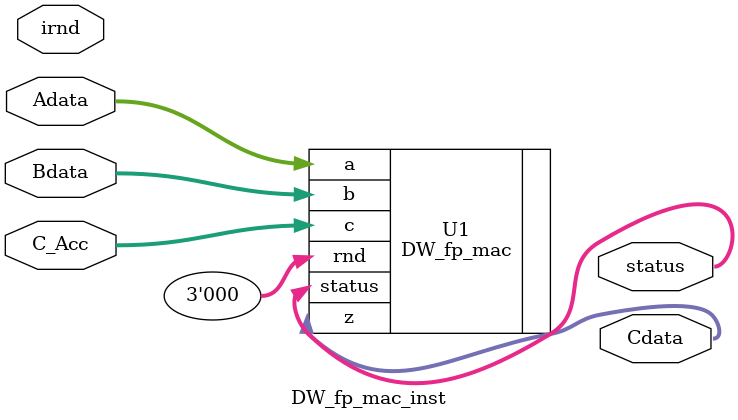
<source format=sv>
`include "common.vh"

module MyDesign(
//---------------------------------------------------------------------------
//System signals
  input wire reset_n                      ,  
  input wire clk                          ,

//---------------------------------------------------------------------------
//Control signals
  input wire dut_valid                    , 
  output wire dut_ready                   ,

//---------------------------------------------------------------------------
//input SRAM interface
  output wire          dut__tb__sram_input_write_enable  ,
  output wire [15:0]   dut__tb__sram_input_write_address ,
  output wire [31:0]   dut__tb__sram_input_write_data    ,
  output wire [15:0]   dut__tb__sram_input_read_address  , 
  input  wire [31:0]   tb__dut__sram_input_read_data     ,     

//weight SRAM interface
  output wire          dut__tb__sram_weight_write_enable  ,
  output wire [15:0]   dut__tb__sram_weight_write_address ,
  output wire [31:0]   dut__tb__sram_weight_write_data    ,
  output wire [15:0]   dut__tb__sram_weight_read_address  , 
  input  wire [31:0]   tb__dut__sram_weight_read_data     ,     

//result SRAM interface
  output wire          dut__tb__sram_result_write_enable  ,
  output wire [15:0]   dut__tb__sram_result_write_address ,
  output wire [31:0]   dut__tb__sram_result_write_data    ,
  output wire [15:0]   dut__tb__sram_result_read_address  , 
  input  wire [31:0]   tb__dut__sram_result_read_data          

);

//reg          dut__tb__sram_input_write_enable_r;
//reg [11:0]   dut__tb__sram_input_write_address_r;
//reg [31:0]   dut__tb__sram_input_write_data_r;
//reg [11:0]   dut__tb__sram_input_read_address_r;

//reg dut__tb__sram_weight_write_enable_r;
//reg [11:0]   dut__tb__sram_weight_write_address_r;
//reg [31:0]   dut__tb__sram_weight_write_data_r;
//reg [11:0]   dut__tb__sram_weight_read_address_r;

//reg [11:0]   dut__tb__sram_result_write_address_r;
//reg [31:0]   dut__tb__sram_result_write_data_r;
//reg [11:0]   dut__tb__sram_result_read_address_r;

reg compute_multi; 


// synopsys translate_off
  shortreal test_val;
  assign test_val = $bitstoshortreal(Adata); 
  // This is a helper val for seeing the 32bit flaot value, you can repicate 
  // this for any signal, but keep it between the translate_off and
  // translate_on 
// synopsys translate_on

reg Arows;
reg Acols;
reg Brows;
reg Bcols;
reg Crows;
reg Ccols;

reg [15:0] Aaddress;
reg [15:0] Baddress;
reg [15:0] Caddress;
reg [15:0] Caddress_w;
reg [31:0] Adata;
reg [31:0] Bdata;
wire [31:0] Cdata;
reg [31:0] Cdata_w = 32'b0;
reg [31:0] C_Acc;
reg C_WE;
reg [2:0] irnd = 3'd0;
wire [7:0] status;
reg BA = 1'd1;

reg A_address = 1'd0;
reg B_address = 1'd0;
reg C_address = 1'd0;

`ifndef SRAM_ADDR_WIDTH
    `define SRAM_ADDR_WIDTH 16
  `endif

  `ifndef SRAM_DATA_WIDTH
    `define SRAM_DATA_WIDTH 32
  `endif
  
`ifndef FSM_BIT_WIDTH
    `define FSM_BIT_WIDTH 6
  `endif
  
  typedef enum logic [`FSM_BIT_WIDTH-1:0] {
  IDLE                          = `FSM_BIT_WIDTH'b000_001,
  GET_R_C          		        = `FSM_BIT_WIDTH'b000_010,
  COMPUTE_MULTIPLICATION	    = `FSM_BIT_WIDTH'b000_100,
  SAVE_C_VALUE			        = `FSM_BIT_WIDTH'b001_000,
  COMPUTE_COMPLETE           	= `FSM_BIT_WIDTH'b010_000
  } e_states;
  
  e_states current_state, next_state;
  
  reg               set_dut_ready         ;
  reg               get_RC_A      		  ;
  reg	            get_RC_B      		  ;
  reg [1:0]		    read_addr_selA		  ;
  reg [1:0]			read_addr_selB		  ;
  reg [1:0]			read_addr_selC		  ;
  reg				save_rc_A     		  ;
  reg				save_rc_B     		  ;
  reg				check_size    		  ;
  reg               compute_multiplication;
  reg               write_enable_selC     ;
  reg 				reset_C               ;
  
always @(posedge clk) begin : proc_current_state_fsm
if(!reset_n) begin // Synchronous reset
    current_state <= IDLE;
  end else begin
    current_state <= next_state;
  end
end

always @(*) begin : proc_next_state_fsm
  case (current_state)
  
  
	IDLE                       : begin
      if (dut_valid) begin
        set_dut_ready          = 1'b0;
        get_RC_A               = 1'b0;
	    get_RC_B               = 1'b0;
        read_addr_selA         = 2'b00;
	    read_addr_selB         = 2'b00;
	    read_addr_selC         = 2'b00;
	    save_rc_A	           = 1'b0;
	    save_rc_B	           = 1'b0;
	    check_size	           = 1'b0;
        compute_multiplication = 1'b0;
        write_enable_selC      = 1'b0;
        next_state             = GET_R_C;
      end
      else begin
        set_dut_ready          = 1'b1;
        get_RC_A               = 1'b0;
	    get_RC_B               = 1'b0;
        read_addr_selA         = 2'b00;
	    read_addr_selB         = 2'b00;
	    read_addr_selC         = 2'b00;
	    save_rc_A	           = 1'b0;
	    save_rc_B	           = 1'b0;
	    check_size	           = 1'b0;
        compute_multiplication = 1'b0;
        write_enable_selC      = 1'b0;
        next_state             = IDLE;
      end
    end
	
	GET_R_C		       : begin
	    set_dut_ready          = 1'b0;
        get_RC_A               = 1'b1;
	    get_RC_B               = 1'b1;
        read_addr_selA         = 2'b01;
	    read_addr_selB         = 2'b01;
	    read_addr_selC         = 2'b00;
	    save_rc_A	           = 1'b0;
	    save_rc_B	           = 1'b0;
	    check_size	           = 1'b0;
        compute_multiplication = 1'b0;
        write_enable_selC      = 1'b0;
        next_state             = COMPUTE_MULTIPLICATION;
	end
		
	COMPUTE_MULTIPLICATION : begin
	    set_dut_ready          = 1'b0;
        get_RC_A               = 1'b0;
	    get_RC_B               = 1'b0;
        read_addr_selA         = 2'b01;
	    read_addr_selB         = 2'b01;
	    read_addr_selC         = (C_address > 0) ? 2'b10 : 2'b00 ;
	    save_rc_A	           = 1'b1;
	    save_rc_B	           = 1'b1;
	    check_size	           = 1'b0;
        compute_multiplication = 1'b1;
        write_enable_selC      = 1'b0;
        next_state             = (B_address == (BA * Brows)) ? SAVE_C_VALUE : COMPUTE_MULTIPLICATION;
	end
	
	SAVE_C_VALUE           : begin
	    set_dut_ready          = 1'b0;
        get_RC_A               = 1'b0;
	    get_RC_B               = 1'b0;
        read_addr_selA         = 2'b10;
	    read_addr_selB         = 2'b10;
	    read_addr_selC         = 2'b01;
	    save_rc_A	           = 1'b1;
	    save_rc_B	           = 1'b1;
	    check_size	           = 1'b1;
        compute_multiplication = 1'b0;
        write_enable_selC      = 1'b1;
        next_state             = (C_address == ((Crows * Ccols))) ? COMPUTE_COMPLETE : COMPUTE_MULTIPLICATION;
	end
	
	COMPUTE_COMPLETE       : begin
	    set_dut_ready          = 1'b1;
        get_RC_A               = 1'b0;
	    get_RC_B               = 1'b0;
        read_addr_selA         = 2'b00;
	    read_addr_selB         = 2'b00;
	    read_addr_selC         = 2'b00;
	    save_rc_A	           = 1'b0;
	    save_rc_B	           = 1'b0;
	    check_size             = 1'b0;
        compute_multiplication = 1'b0;
        write_enable_selC      = 1'b0;
        next_state             = IDLE;
	end
	
	default					:begin
	    set_dut_ready          = 1'b1;
        get_RC_A               = 1'b0;
	    get_RC_B               = 1'b0;
        read_addr_selA         = 2'b00;
	    read_addr_selB         = 2'b00;
	    read_addr_selC         = 2'b00;
	    save_rc_A	           = 1'b0;
	    save_rc_B	           = 1'b0;
	    check_size	           = 1'b0;
        compute_multiplication = 1'b0;
        write_enable_selC      = 1'b0;
        next_state             = IDLE;
	end
  endcase
end

always @(posedge clk) begin : proc_compute_multi
  if(!reset_n) begin
    compute_multi <= 0;
  end else begin
    compute_multi <= (set_dut_ready) ? 1'b1 : 1'b0;
  end
end

assign dut_ready = compute_multi;

always@(posedge clk) begin: proc_rc_size
  if(!reset_n) begin
    Arows <= 1'b0;
	Acols <= 1'b0;
	Brows <= 1'b0;
	Bcols <= 1'b0;
  end else begin
    Arows <= (get_RC_A ? (tb__dut__sram_input_read_data[31:16]) : (save_rc_A ? (Arows) : 1'b0));
	Acols <= (get_RC_A ? (tb__dut__sram_input_read_data[15:0]) : (save_rc_A ? (Acols) : 1'b0));
	Brows <= (get_RC_B ? (tb__dut__sram_weight_read_data[31:16]) : (save_rc_B ? (Brows) : 1'b0));
	Bcols <= (get_RC_B ? (tb__dut__sram_weight_read_data[15:0]) : (save_rc_B ? (Bcols) : 1'b0));
   end
 end
 
 assign Crows = Arows;
 assign Ccols = Bcols;
 
always@(posedge clk) begin

	if (!reset_n) begin
	   Aaddress <= 0;
	end
	
	else if (check_size) begin
		if ((B_address == (BA * Brows)) && (BA < Bcols)) begin
			Aaddress <= 16'b0;
			A_address <= 1'd0;
			BA <= BA + 1'd1;
		end
		else if (BA == Bcols)
			BA <= 1'd1;
		else if (B_address == (Brows * Bcols)) begin
		    Aaddress <= ((Arows - 1) * Acols + 1);
			A_address <= 1'd0;
		end
	end

	  
	else if (read_addr_selA == 2'b00 && !check_size)
		Aaddress <= `SRAM_ADDR_WIDTH'b0;
	else if (read_addr_selA == 2'b01 && !check_size) begin
		Aaddress <= Aaddress + `SRAM_ADDR_WIDTH'b1;
		A_address <= A_address + 1'd1;
	end
	else if (read_addr_selA == 2'b10 && !check_size) begin
		Aaddress <= Aaddress;
		A_address <= A_address;
	end
	else if (read_addr_selA == 2'b11 && !check_size)
		Aaddress <= `SRAM_ADDR_WIDTH'b01;
	  //else begin
	  //	Aaddress <= Aaddress;
	  //	A_address <= A_address;
	  //end
end

assign dut__tb__sram_input_read_address = Aaddress;

always@(posedge clk) begin

	if (!reset_n) begin
	   Baddress <= 0;
	end
	
	else if (check_size) begin
		if (B_address == (Brows * Bcols)) begin
			Baddress <= 16'b0;
			B_address <= 1'd0;
		end
	end

	else if (read_addr_selB == 2'b00 && !check_size)
		Baddress <= `SRAM_ADDR_WIDTH'b0;
	else if (read_addr_selB == 2'b01 && !check_size) begin
		Baddress <= Baddress + `SRAM_ADDR_WIDTH'b1;
		B_address <= B_address + 1'd1;
	end
	else if (read_addr_selB == 2'b10 && !check_size) begin
		Baddress <= Baddress;
		B_address <= B_address;
	end
	else if (read_addr_selB == 2'b11 && !check_size)
		Baddress <= `SRAM_ADDR_WIDTH'b01;
	  	  //else begin
		  //	Baddress <= Baddress;
		  //	B_address <= B_address;
	  	  //end
end

assign dut__tb__sram_weight_read_address = Baddress;

always@(posedge clk) begin
	if (!reset_n) begin
	   Caddress <= 0;
	end
	else begin
	  if (read_addr_selC == 2'b00)
		Caddress <= `SRAM_ADDR_WIDTH'b0;
	  else if (read_addr_selC == 2'b01) begin
		Caddress <= Caddress + `SRAM_ADDR_WIDTH'b1;
		C_address <= C_address + 1'd1;
	  end
	  else if (read_addr_selC == 2'b10) begin
	    Caddress <= Caddress;
		C_address <= C_address;
	   end
	  else if (read_addr_selC == 2'b11)
	    Caddress <= `SRAM_ADDR_WIDTH'b01;
	end
end

assign dut__tb__sram_result_read_address = Caddress;

always@(posedge clk) begin
	if(!reset_n) begin
		C_WE <= 1'b0;
	end else begin
		C_WE <= write_enable_selC ? 1'b1 : 1'b0;
	end
end

assign dut__tb__sram_result_write_enable = C_WE;

always@(posedge clk) begin
	if (!reset_n) begin
		Caddress_w <= 16'b0;
	end else begin
		Caddress_w <= (write_enable_selC) ? Caddress : `SRAM_DATA_WIDTH'b0;
	end
end

assign dut__tb__sram_result_write_address = Caddress_w;

always @(posedge clk) begin
  if(!reset_n) begin
    Cdata_w <= `SRAM_DATA_WIDTH'b0;
  end else begin
    Cdata_w <= (write_enable_selC) ? Cdata : `SRAM_DATA_WIDTH'b0;
  end
end

assign dut__tb__sram_result_write_data = Cdata_w;

always@(posedge clk) begin
	if(!reset_n) begin
		Adata <= `SRAM_DATA_WIDTH'b0;
		Bdata <= `SRAM_DATA_WIDTH'b0;
		C_Acc <= `SRAM_DATA_WIDTH'b0;
	end
	else begin
	   if (compute_multiplication) begin
			if (A_address == 1'd1) begin
				Adata <= tb__dut__sram_input_read_data;
				Bdata <= tb__dut__sram_weight_read_data;
				C_Acc <= 0;
			end
			else begin
				Adata <= tb__dut__sram_input_read_data;
				Bdata <= tb__dut__sram_weight_read_data;
				C_Acc <= Cdata;
			end
		end
	    else begin
		    Adata <= `SRAM_DATA_WIDTH'b0;
			Bdata <= `SRAM_DATA_WIDTH'b0;
			C_Acc <= `SRAM_DATA_WIDTH'b0;
		end
	end
end

DW_fp_mac_inst 
  FP_MAC ( 
  .Adata(tb__dut__sram_input_read_data),
  .Bdata(tb__dut__sram_weight_read_data),
  .C_Acc(accum_result),
  .irnd(3'd0),
  .Cdata(mac_result_z),
  .status()
);

endmodule

module DW_fp_mac_inst #(
  parameter inst_sig_width = 23,
  parameter inst_exp_width = 8,
  parameter inst_ieee_compliance = 0 // These need to be fixed to decrease error
) ( 
  input wire [inst_sig_width+inst_exp_width : 0] Adata,
  input wire [inst_sig_width+inst_exp_width : 0] Bdata,
  input wire [inst_sig_width+inst_exp_width : 0] C_Acc,
  input wire [2 : 0] irnd,
  output wire [inst_sig_width+inst_exp_width : 0] Cdata,
  output wire [7 : 0] status
);

  // Instance of DW_fp_mac
  DW_fp_mac #(inst_sig_width, inst_exp_width, inst_ieee_compliance) U1 (
    .a(Adata),
    .b(Bdata),
    .c(C_Acc),
    .rnd(3'd0),
    .z(Cdata),
    .status(status) 
  );

endmodule: DW_fp_mac_inst

</source>
